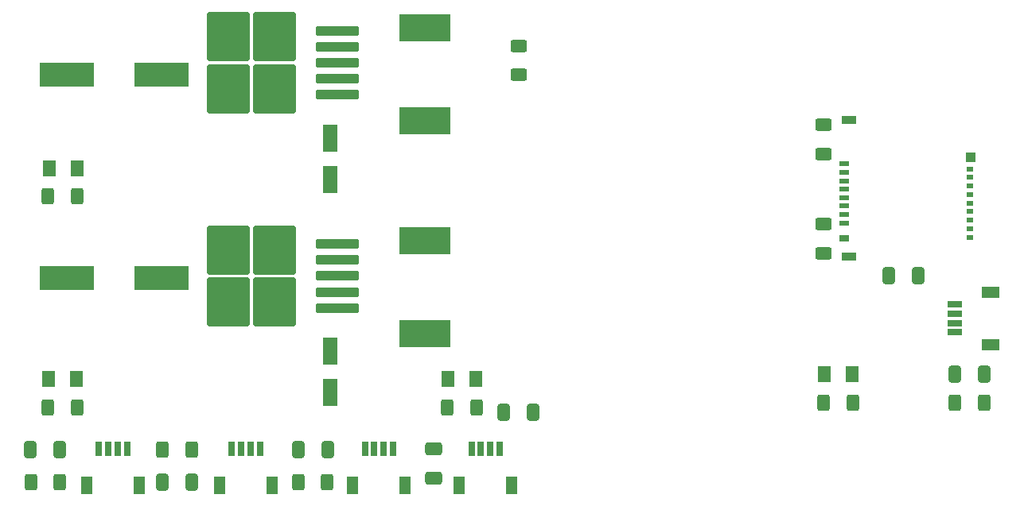
<source format=gbr>
%TF.GenerationSoftware,KiCad,Pcbnew,8.0.8*%
%TF.CreationDate,2025-03-18T22:09:40-04:00*%
%TF.ProjectId,pcb v4,70636220-7634-42e6-9b69-6361645f7063,rev?*%
%TF.SameCoordinates,Original*%
%TF.FileFunction,Paste,Top*%
%TF.FilePolarity,Positive*%
%FSLAX46Y46*%
G04 Gerber Fmt 4.6, Leading zero omitted, Abs format (unit mm)*
G04 Created by KiCad (PCBNEW 8.0.8) date 2025-03-18 22:09:40*
%MOMM*%
%LPD*%
G01*
G04 APERTURE LIST*
G04 Aperture macros list*
%AMRoundRect*
0 Rectangle with rounded corners*
0 $1 Rounding radius*
0 $2 $3 $4 $5 $6 $7 $8 $9 X,Y pos of 4 corners*
0 Add a 4 corners polygon primitive as box body*
4,1,4,$2,$3,$4,$5,$6,$7,$8,$9,$2,$3,0*
0 Add four circle primitives for the rounded corners*
1,1,$1+$1,$2,$3*
1,1,$1+$1,$4,$5*
1,1,$1+$1,$6,$7*
1,1,$1+$1,$8,$9*
0 Add four rect primitives between the rounded corners*
20,1,$1+$1,$2,$3,$4,$5,0*
20,1,$1+$1,$4,$5,$6,$7,0*
20,1,$1+$1,$6,$7,$8,$9,0*
20,1,$1+$1,$8,$9,$2,$3,0*%
G04 Aperture macros list end*
%ADD10RoundRect,0.250000X0.400000X0.625000X-0.400000X0.625000X-0.400000X-0.625000X0.400000X-0.625000X0*%
%ADD11R,0.660400X1.549400*%
%ADD12R,1.295400X1.905000*%
%ADD13R,1.549400X0.660400*%
%ADD14R,1.905000X1.295400*%
%ADD15RoundRect,0.250000X-0.412500X-0.650000X0.412500X-0.650000X0.412500X0.650000X-0.412500X0.650000X0*%
%ADD16RoundRect,0.250000X2.050000X0.300000X-2.050000X0.300000X-2.050000X-0.300000X2.050000X-0.300000X0*%
%ADD17RoundRect,0.250000X2.025000X2.375000X-2.025000X2.375000X-2.025000X-2.375000X2.025000X-2.375000X0*%
%ADD18RoundRect,0.250000X-0.400000X-0.625000X0.400000X-0.625000X0.400000X0.625000X-0.400000X0.625000X0*%
%ADD19RoundRect,0.250000X0.625000X-0.400000X0.625000X0.400000X-0.625000X0.400000X-0.625000X-0.400000X0*%
%ADD20RoundRect,0.250000X-0.625000X0.400000X-0.625000X-0.400000X0.625000X-0.400000X0.625000X0.400000X0*%
%ADD21RoundRect,0.250001X0.462499X0.624999X-0.462499X0.624999X-0.462499X-0.624999X0.462499X-0.624999X0*%
%ADD22RoundRect,0.250001X-0.462499X-0.624999X0.462499X-0.624999X0.462499X0.624999X-0.462499X0.624999X0*%
%ADD23R,5.400000X2.900000*%
%ADD24R,5.800000X2.500000*%
%ADD25R,1.600000X3.000000*%
%ADD26RoundRect,0.250000X0.412500X0.650000X-0.412500X0.650000X-0.412500X-0.650000X0.412500X-0.650000X0*%
%ADD27RoundRect,0.250000X-0.650000X0.412500X-0.650000X-0.412500X0.650000X-0.412500X0.650000X0.412500X0*%
%ADD28R,0.800000X0.600000*%
%ADD29R,1.000000X1.100000*%
%ADD30R,1.100000X0.700000*%
%ADD31R,1.100000X0.600000*%
%ADD32R,1.500000X0.900000*%
G04 APERTURE END LIST*
D10*
%TO.C,R11*%
X245550000Y-79500000D03*
X242450000Y-79500000D03*
%TD*%
D11*
%TO.C,J14*%
X151350001Y-84401500D03*
X152350002Y-84401500D03*
X153350000Y-84401500D03*
X154350001Y-84401500D03*
D12*
X155650000Y-88276501D03*
X150050002Y-88276501D03*
%TD*%
D11*
%TO.C,J13*%
X179650000Y-84401500D03*
X180650001Y-84401500D03*
X181649999Y-84401500D03*
X182650000Y-84401500D03*
D12*
X183949999Y-88276501D03*
X178350001Y-88276501D03*
%TD*%
D11*
%TO.C,J10*%
X165500000Y-84401500D03*
X166500001Y-84401500D03*
X167499999Y-84401500D03*
X168500000Y-84401500D03*
D12*
X169799999Y-88276501D03*
X164200001Y-88276501D03*
%TD*%
D13*
%TO.C,J3*%
X242401500Y-72000000D03*
X242401500Y-70999999D03*
X242401500Y-70000001D03*
X242401500Y-69000000D03*
D14*
X246276501Y-67700001D03*
X246276501Y-73299999D03*
%TD*%
D12*
%TO.C,J2*%
X189700001Y-88276501D03*
X195299999Y-88276501D03*
D11*
X194000000Y-84401500D03*
X192999999Y-84401500D03*
X192000001Y-84401500D03*
X191000000Y-84401500D03*
%TD*%
D15*
%TO.C,C7*%
X242437500Y-76500000D03*
X245562500Y-76500000D03*
%TD*%
D16*
%TO.C,U2*%
X176725000Y-69400000D03*
X176725000Y-67700000D03*
X176725000Y-66000000D03*
D17*
X170000000Y-68775000D03*
X170000000Y-63225000D03*
X165150000Y-68775000D03*
X165150000Y-63225000D03*
D16*
X176725000Y-64300000D03*
X176725000Y-62600000D03*
%TD*%
%TO.C,U1*%
X176725000Y-39875000D03*
X176725000Y-41575000D03*
D17*
X165150000Y-40500000D03*
X165150000Y-46050000D03*
X170000000Y-40500000D03*
X170000000Y-46050000D03*
D16*
X176725000Y-43275000D03*
X176725000Y-44975000D03*
X176725000Y-46675000D03*
%TD*%
D18*
%TO.C,R10*%
X147200000Y-88000000D03*
X144100000Y-88000000D03*
%TD*%
%TO.C,R9*%
X172550000Y-88000000D03*
X175650000Y-88000000D03*
%TD*%
%TO.C,R8*%
X158100000Y-84500000D03*
X161200000Y-84500000D03*
%TD*%
D10*
%TO.C,R7*%
X231550000Y-79500000D03*
X228450000Y-79500000D03*
%TD*%
D19*
%TO.C,R6*%
X228500000Y-53000000D03*
X228500000Y-49900000D03*
%TD*%
%TO.C,R5*%
X228500000Y-63550000D03*
X228500000Y-60450000D03*
%TD*%
D20*
%TO.C,R4*%
X196000000Y-41450000D03*
X196000000Y-44550000D03*
%TD*%
D10*
%TO.C,R3*%
X149050000Y-80000000D03*
X145950000Y-80000000D03*
%TD*%
%TO.C,R2*%
X145950000Y-57500000D03*
X149050000Y-57500000D03*
%TD*%
D18*
%TO.C,R1*%
X188450000Y-80000000D03*
X191550000Y-80000000D03*
%TD*%
D21*
%TO.C,LED4*%
X231487500Y-76500000D03*
X228512500Y-76500000D03*
%TD*%
%TO.C,LED3*%
X148987500Y-77000000D03*
X146012500Y-77000000D03*
%TD*%
%TO.C,LED2*%
X146057500Y-54500000D03*
X149032500Y-54500000D03*
%TD*%
D22*
%TO.C,LED1*%
X188500000Y-77000000D03*
X191475000Y-77000000D03*
%TD*%
D23*
%TO.C,L2*%
X186000000Y-72175000D03*
X186000000Y-62275000D03*
%TD*%
%TO.C,L1*%
X186000000Y-49450000D03*
X186000000Y-39550000D03*
%TD*%
D24*
%TO.C,CP4*%
X147950000Y-66225000D03*
X158050000Y-66225000D03*
%TD*%
%TO.C,CP3*%
X158000000Y-44500000D03*
X147900000Y-44500000D03*
%TD*%
D25*
%TO.C,CP2*%
X176000000Y-74025000D03*
X176000000Y-78425000D03*
%TD*%
%TO.C,CP1*%
X176000000Y-55700000D03*
X176000000Y-51300000D03*
%TD*%
D26*
%TO.C,C6*%
X147212500Y-84500000D03*
X144087500Y-84500000D03*
%TD*%
%TO.C,C5*%
X175712500Y-84500000D03*
X172587500Y-84500000D03*
%TD*%
%TO.C,C4*%
X158087500Y-88000000D03*
X161212500Y-88000000D03*
%TD*%
D15*
%TO.C,C3*%
X235437500Y-66000000D03*
X238562500Y-66000000D03*
%TD*%
D26*
%TO.C,C2*%
X197562500Y-80500000D03*
X194437500Y-80500000D03*
%TD*%
D27*
%TO.C,C1*%
X187000000Y-84437500D03*
X187000000Y-87562500D03*
%TD*%
D28*
%TO.C,J7*%
X244000000Y-61864250D03*
X244000000Y-60954250D03*
X244000000Y-60044250D03*
X244000000Y-59134250D03*
X244000000Y-58224250D03*
X244000000Y-57314250D03*
X244000000Y-56404250D03*
X244000000Y-55494250D03*
X244000000Y-54584250D03*
D29*
X244100000Y-53334250D03*
D30*
X230650000Y-61944250D03*
D31*
X230650000Y-60344250D03*
X230650000Y-59444250D03*
X230650000Y-58544250D03*
X230650000Y-57644250D03*
X230650000Y-56744250D03*
X230650000Y-55844250D03*
X230650000Y-54944250D03*
X230650000Y-54044250D03*
D32*
X231160000Y-63944250D03*
X231160000Y-49344250D03*
%TD*%
M02*

</source>
